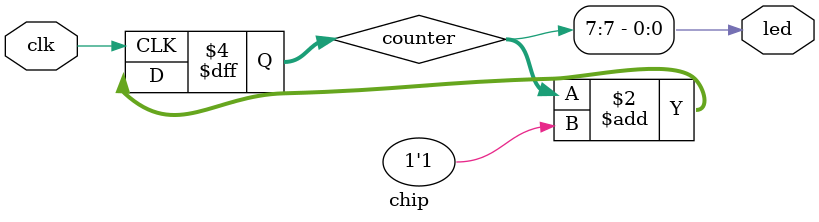
<source format=v>
module chip(input clk, output led);

    reg [7:0] counter = 0;

    always @(posedge clk) 
        counter <= counter + 1'b1;

    assign led = counter[7];

endmodule

// module nrzi_encoder (
//     input clk,
//     input rst,
//     input data_in,
//     output reg nrzi_out
// );
//     // NRZI Encoding: 0 -> invert, 1 -> stay same
//     always @(posedge clk or posedge rst) begin
//         if (rst)
//             nrzi_out <= 1'b1; // Initial state
//         else if (data_in == 1'b0)
//             nrzi_out <= ~nrzi_out; // Invert on 0
//         else
//             nrzi_out <= nrzi_out; // Stay same on 1
//     end
// endmodule

</source>
